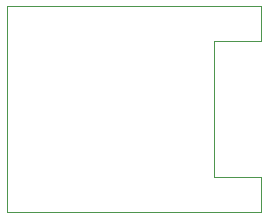
<source format=gbr>
%TF.GenerationSoftware,KiCad,Pcbnew,(6.0.9)*%
%TF.CreationDate,2023-01-31T14:44:07+01:00*%
%TF.ProjectId,keyring_beerclock,6b657972-696e-4675-9f62-656572636c6f,rev?*%
%TF.SameCoordinates,Original*%
%TF.FileFunction,Profile,NP*%
%FSLAX46Y46*%
G04 Gerber Fmt 4.6, Leading zero omitted, Abs format (unit mm)*
G04 Created by KiCad (PCBNEW (6.0.9)) date 2023-01-31 14:44:07*
%MOMM*%
%LPD*%
G01*
G04 APERTURE LIST*
%TA.AperFunction,Profile*%
%ADD10C,0.100000*%
%TD*%
G04 APERTURE END LIST*
D10*
X157000000Y-105500000D02*
X157000000Y-117000000D01*
X161000000Y-102500000D02*
X161000000Y-105500000D01*
X161000000Y-102500000D02*
X139500000Y-102500000D01*
X157000000Y-105500000D02*
X161000000Y-105500000D01*
X161000000Y-120000000D02*
X139500000Y-120000000D01*
X161000000Y-117000000D02*
X161000000Y-120000000D01*
X157000000Y-117000000D02*
X161000000Y-117000000D01*
X139500000Y-120000000D02*
X139500000Y-102500000D01*
M02*

</source>
